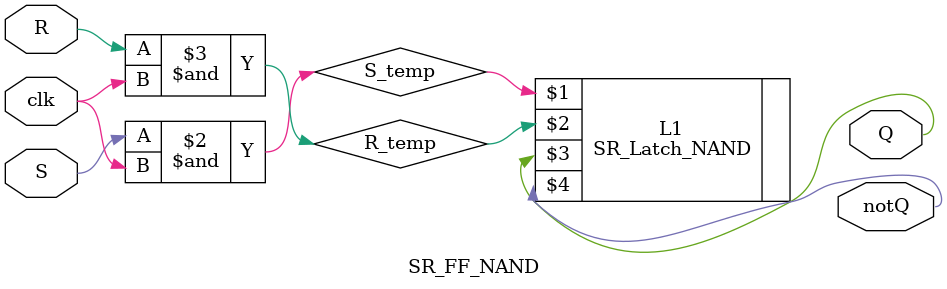
<source format=v>
`timescale 1ns / 1ps


module SR_FF_NAND(S,R,clk,Q,notQ);
input S,R,clk;
output Q,notQ;
always@ (posedge clk);
assign S_temp=S&clk;
assign R_temp=R&clk;
//module SR_Latch(S,R,Q,notQ);
SR_Latch_NAND L1(S_temp,R_temp,Q,notQ);

endmodule
</source>
